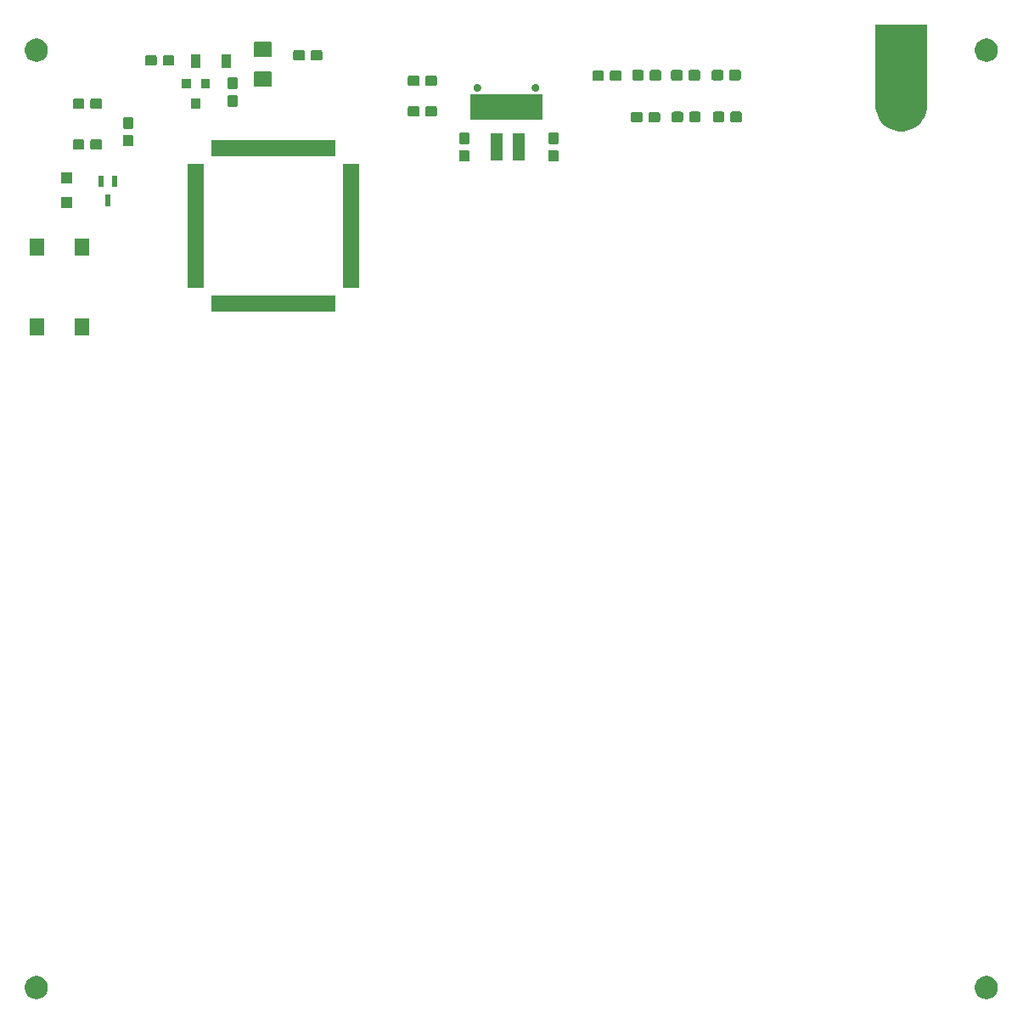
<source format=gbr>
G04 #@! TF.GenerationSoftware,KiCad,Pcbnew,(5.1.2-1)-1*
G04 #@! TF.CreationDate,2020-07-23T10:17:53-07:00*
G04 #@! TF.ProjectId,tiny-touch,74696e79-2d74-46f7-9563-682e6b696361,rev?*
G04 #@! TF.SameCoordinates,Original*
G04 #@! TF.FileFunction,Soldermask,Bot*
G04 #@! TF.FilePolarity,Negative*
%FSLAX46Y46*%
G04 Gerber Fmt 4.6, Leading zero omitted, Abs format (unit mm)*
G04 Created by KiCad (PCBNEW (5.1.2-1)-1) date 2020-07-23 10:17:53*
%MOMM*%
%LPD*%
G04 APERTURE LIST*
%ADD10C,0.100000*%
G04 APERTURE END LIST*
D10*
G36*
X209774549Y-136031116D02*
G01*
X209885734Y-136053232D01*
X210095203Y-136139997D01*
X210283720Y-136265960D01*
X210444040Y-136426280D01*
X210570003Y-136614797D01*
X210656768Y-136824266D01*
X210701000Y-137046636D01*
X210701000Y-137273364D01*
X210656768Y-137495734D01*
X210570003Y-137705203D01*
X210444040Y-137893720D01*
X210283720Y-138054040D01*
X210095203Y-138180003D01*
X209885734Y-138266768D01*
X209774549Y-138288884D01*
X209663365Y-138311000D01*
X209436635Y-138311000D01*
X209325451Y-138288884D01*
X209214266Y-138266768D01*
X209004797Y-138180003D01*
X208816280Y-138054040D01*
X208655960Y-137893720D01*
X208529997Y-137705203D01*
X208443232Y-137495734D01*
X208399000Y-137273364D01*
X208399000Y-137046636D01*
X208443232Y-136824266D01*
X208529997Y-136614797D01*
X208655960Y-136426280D01*
X208816280Y-136265960D01*
X209004797Y-136139997D01*
X209214266Y-136053232D01*
X209325451Y-136031116D01*
X209436635Y-136009000D01*
X209663365Y-136009000D01*
X209774549Y-136031116D01*
X209774549Y-136031116D01*
G37*
G36*
X115032549Y-136031116D02*
G01*
X115143734Y-136053232D01*
X115353203Y-136139997D01*
X115541720Y-136265960D01*
X115702040Y-136426280D01*
X115828003Y-136614797D01*
X115914768Y-136824266D01*
X115959000Y-137046636D01*
X115959000Y-137273364D01*
X115914768Y-137495734D01*
X115828003Y-137705203D01*
X115702040Y-137893720D01*
X115541720Y-138054040D01*
X115353203Y-138180003D01*
X115143734Y-138266768D01*
X115032549Y-138288884D01*
X114921365Y-138311000D01*
X114694635Y-138311000D01*
X114583451Y-138288884D01*
X114472266Y-138266768D01*
X114262797Y-138180003D01*
X114074280Y-138054040D01*
X113913960Y-137893720D01*
X113787997Y-137705203D01*
X113701232Y-137495734D01*
X113657000Y-137273364D01*
X113657000Y-137046636D01*
X113701232Y-136824266D01*
X113787997Y-136614797D01*
X113913960Y-136426280D01*
X114074280Y-136265960D01*
X114262797Y-136139997D01*
X114472266Y-136053232D01*
X114583451Y-136031116D01*
X114694635Y-136009000D01*
X114921365Y-136009000D01*
X115032549Y-136031116D01*
X115032549Y-136031116D01*
G37*
G36*
X120045000Y-72111000D02*
G01*
X118643000Y-72111000D01*
X118643000Y-70459000D01*
X120045000Y-70459000D01*
X120045000Y-72111000D01*
X120045000Y-72111000D01*
G37*
G36*
X115545000Y-72111000D02*
G01*
X114143000Y-72111000D01*
X114143000Y-70459000D01*
X115545000Y-70459000D01*
X115545000Y-72111000D01*
X115545000Y-72111000D01*
G37*
G36*
X144631000Y-69740500D02*
G01*
X132229000Y-69740500D01*
X132229000Y-68163500D01*
X144631000Y-68163500D01*
X144631000Y-69740500D01*
X144631000Y-69740500D01*
G37*
G36*
X131480500Y-67415000D02*
G01*
X129903500Y-67415000D01*
X129903500Y-55013000D01*
X131480500Y-55013000D01*
X131480500Y-67415000D01*
X131480500Y-67415000D01*
G37*
G36*
X146956500Y-67415000D02*
G01*
X145379500Y-67415000D01*
X145379500Y-55013000D01*
X146956500Y-55013000D01*
X146956500Y-67415000D01*
X146956500Y-67415000D01*
G37*
G36*
X120045000Y-64161000D02*
G01*
X118643000Y-64161000D01*
X118643000Y-62509000D01*
X120045000Y-62509000D01*
X120045000Y-64161000D01*
X120045000Y-64161000D01*
G37*
G36*
X115545000Y-64161000D02*
G01*
X114143000Y-64161000D01*
X114143000Y-62509000D01*
X115545000Y-62509000D01*
X115545000Y-64161000D01*
X115545000Y-64161000D01*
G37*
G36*
X118407000Y-59459000D02*
G01*
X117305000Y-59459000D01*
X117305000Y-58357000D01*
X118407000Y-58357000D01*
X118407000Y-59459000D01*
X118407000Y-59459000D01*
G37*
G36*
X122171000Y-59236000D02*
G01*
X121669000Y-59236000D01*
X121669000Y-58084000D01*
X122171000Y-58084000D01*
X122171000Y-59236000D01*
X122171000Y-59236000D01*
G37*
G36*
X121521000Y-57336000D02*
G01*
X121019000Y-57336000D01*
X121019000Y-56184000D01*
X121521000Y-56184000D01*
X121521000Y-57336000D01*
X121521000Y-57336000D01*
G37*
G36*
X122821000Y-57336000D02*
G01*
X122319000Y-57336000D01*
X122319000Y-56184000D01*
X122821000Y-56184000D01*
X122821000Y-57336000D01*
X122821000Y-57336000D01*
G37*
G36*
X118407000Y-56959000D02*
G01*
X117305000Y-56959000D01*
X117305000Y-55857000D01*
X118407000Y-55857000D01*
X118407000Y-56959000D01*
X118407000Y-56959000D01*
G37*
G36*
X157844499Y-53643445D02*
G01*
X157881995Y-53654820D01*
X157916554Y-53673292D01*
X157946847Y-53698153D01*
X157971708Y-53728446D01*
X157990180Y-53763005D01*
X158001555Y-53800501D01*
X158006000Y-53845638D01*
X158006000Y-54584362D01*
X158001555Y-54629499D01*
X157990180Y-54666995D01*
X157971708Y-54701554D01*
X157946847Y-54731847D01*
X157916554Y-54756708D01*
X157881995Y-54775180D01*
X157844499Y-54786555D01*
X157799362Y-54791000D01*
X157160638Y-54791000D01*
X157115501Y-54786555D01*
X157078005Y-54775180D01*
X157043446Y-54756708D01*
X157013153Y-54731847D01*
X156988292Y-54701554D01*
X156969820Y-54666995D01*
X156958445Y-54629499D01*
X156954000Y-54584362D01*
X156954000Y-53845638D01*
X156958445Y-53800501D01*
X156969820Y-53763005D01*
X156988292Y-53728446D01*
X157013153Y-53698153D01*
X157043446Y-53673292D01*
X157078005Y-53654820D01*
X157115501Y-53643445D01*
X157160638Y-53639000D01*
X157799362Y-53639000D01*
X157844499Y-53643445D01*
X157844499Y-53643445D01*
G37*
G36*
X166734499Y-53643445D02*
G01*
X166771995Y-53654820D01*
X166806554Y-53673292D01*
X166836847Y-53698153D01*
X166861708Y-53728446D01*
X166880180Y-53763005D01*
X166891555Y-53800501D01*
X166896000Y-53845638D01*
X166896000Y-54584362D01*
X166891555Y-54629499D01*
X166880180Y-54666995D01*
X166861708Y-54701554D01*
X166836847Y-54731847D01*
X166806554Y-54756708D01*
X166771995Y-54775180D01*
X166734499Y-54786555D01*
X166689362Y-54791000D01*
X166050638Y-54791000D01*
X166005501Y-54786555D01*
X165968005Y-54775180D01*
X165933446Y-54756708D01*
X165903153Y-54731847D01*
X165878292Y-54701554D01*
X165859820Y-54666995D01*
X165848445Y-54629499D01*
X165844000Y-54584362D01*
X165844000Y-53845638D01*
X165848445Y-53800501D01*
X165859820Y-53763005D01*
X165878292Y-53728446D01*
X165903153Y-53698153D01*
X165933446Y-53673292D01*
X165968005Y-53654820D01*
X166005501Y-53643445D01*
X166050638Y-53639000D01*
X166689362Y-53639000D01*
X166734499Y-53643445D01*
X166734499Y-53643445D01*
G37*
G36*
X161279000Y-54666000D02*
G01*
X160117000Y-54666000D01*
X160117000Y-52014000D01*
X161279000Y-52014000D01*
X161279000Y-54666000D01*
X161279000Y-54666000D01*
G37*
G36*
X163479000Y-54666000D02*
G01*
X162317000Y-54666000D01*
X162317000Y-52014000D01*
X163479000Y-52014000D01*
X163479000Y-54666000D01*
X163479000Y-54666000D01*
G37*
G36*
X144631000Y-54264500D02*
G01*
X132229000Y-54264500D01*
X132229000Y-52687500D01*
X144631000Y-52687500D01*
X144631000Y-54264500D01*
X144631000Y-54264500D01*
G37*
G36*
X121177499Y-52564445D02*
G01*
X121214995Y-52575820D01*
X121249554Y-52594292D01*
X121279847Y-52619153D01*
X121304708Y-52649446D01*
X121323180Y-52684005D01*
X121334555Y-52721501D01*
X121339000Y-52766638D01*
X121339000Y-53405362D01*
X121334555Y-53450499D01*
X121323180Y-53487995D01*
X121304708Y-53522554D01*
X121279847Y-53552847D01*
X121249554Y-53577708D01*
X121214995Y-53596180D01*
X121177499Y-53607555D01*
X121132362Y-53612000D01*
X120393638Y-53612000D01*
X120348501Y-53607555D01*
X120311005Y-53596180D01*
X120276446Y-53577708D01*
X120246153Y-53552847D01*
X120221292Y-53522554D01*
X120202820Y-53487995D01*
X120191445Y-53450499D01*
X120187000Y-53405362D01*
X120187000Y-52766638D01*
X120191445Y-52721501D01*
X120202820Y-52684005D01*
X120221292Y-52649446D01*
X120246153Y-52619153D01*
X120276446Y-52594292D01*
X120311005Y-52575820D01*
X120348501Y-52564445D01*
X120393638Y-52560000D01*
X121132362Y-52560000D01*
X121177499Y-52564445D01*
X121177499Y-52564445D01*
G37*
G36*
X119427499Y-52564445D02*
G01*
X119464995Y-52575820D01*
X119499554Y-52594292D01*
X119529847Y-52619153D01*
X119554708Y-52649446D01*
X119573180Y-52684005D01*
X119584555Y-52721501D01*
X119589000Y-52766638D01*
X119589000Y-53405362D01*
X119584555Y-53450499D01*
X119573180Y-53487995D01*
X119554708Y-53522554D01*
X119529847Y-53552847D01*
X119499554Y-53577708D01*
X119464995Y-53596180D01*
X119427499Y-53607555D01*
X119382362Y-53612000D01*
X118643638Y-53612000D01*
X118598501Y-53607555D01*
X118561005Y-53596180D01*
X118526446Y-53577708D01*
X118496153Y-53552847D01*
X118471292Y-53522554D01*
X118452820Y-53487995D01*
X118441445Y-53450499D01*
X118437000Y-53405362D01*
X118437000Y-52766638D01*
X118441445Y-52721501D01*
X118452820Y-52684005D01*
X118471292Y-52649446D01*
X118496153Y-52619153D01*
X118526446Y-52594292D01*
X118561005Y-52575820D01*
X118598501Y-52564445D01*
X118643638Y-52560000D01*
X119382362Y-52560000D01*
X119427499Y-52564445D01*
X119427499Y-52564445D01*
G37*
G36*
X124316499Y-52119445D02*
G01*
X124353995Y-52130820D01*
X124388554Y-52149292D01*
X124418847Y-52174153D01*
X124443708Y-52204446D01*
X124462180Y-52239005D01*
X124473555Y-52276501D01*
X124478000Y-52321638D01*
X124478000Y-53060362D01*
X124473555Y-53105499D01*
X124462180Y-53142995D01*
X124443708Y-53177554D01*
X124418847Y-53207847D01*
X124388554Y-53232708D01*
X124353995Y-53251180D01*
X124316499Y-53262555D01*
X124271362Y-53267000D01*
X123632638Y-53267000D01*
X123587501Y-53262555D01*
X123550005Y-53251180D01*
X123515446Y-53232708D01*
X123485153Y-53207847D01*
X123460292Y-53177554D01*
X123441820Y-53142995D01*
X123430445Y-53105499D01*
X123426000Y-53060362D01*
X123426000Y-52321638D01*
X123430445Y-52276501D01*
X123441820Y-52239005D01*
X123460292Y-52204446D01*
X123485153Y-52174153D01*
X123515446Y-52149292D01*
X123550005Y-52130820D01*
X123587501Y-52119445D01*
X123632638Y-52115000D01*
X124271362Y-52115000D01*
X124316499Y-52119445D01*
X124316499Y-52119445D01*
G37*
G36*
X157844499Y-51893445D02*
G01*
X157881995Y-51904820D01*
X157916554Y-51923292D01*
X157946847Y-51948153D01*
X157971708Y-51978446D01*
X157990180Y-52013005D01*
X158001555Y-52050501D01*
X158006000Y-52095638D01*
X158006000Y-52834362D01*
X158001555Y-52879499D01*
X157990180Y-52916995D01*
X157971708Y-52951554D01*
X157946847Y-52981847D01*
X157916554Y-53006708D01*
X157881995Y-53025180D01*
X157844499Y-53036555D01*
X157799362Y-53041000D01*
X157160638Y-53041000D01*
X157115501Y-53036555D01*
X157078005Y-53025180D01*
X157043446Y-53006708D01*
X157013153Y-52981847D01*
X156988292Y-52951554D01*
X156969820Y-52916995D01*
X156958445Y-52879499D01*
X156954000Y-52834362D01*
X156954000Y-52095638D01*
X156958445Y-52050501D01*
X156969820Y-52013005D01*
X156988292Y-51978446D01*
X157013153Y-51948153D01*
X157043446Y-51923292D01*
X157078005Y-51904820D01*
X157115501Y-51893445D01*
X157160638Y-51889000D01*
X157799362Y-51889000D01*
X157844499Y-51893445D01*
X157844499Y-51893445D01*
G37*
G36*
X166734499Y-51893445D02*
G01*
X166771995Y-51904820D01*
X166806554Y-51923292D01*
X166836847Y-51948153D01*
X166861708Y-51978446D01*
X166880180Y-52013005D01*
X166891555Y-52050501D01*
X166896000Y-52095638D01*
X166896000Y-52834362D01*
X166891555Y-52879499D01*
X166880180Y-52916995D01*
X166861708Y-52951554D01*
X166836847Y-52981847D01*
X166806554Y-53006708D01*
X166771995Y-53025180D01*
X166734499Y-53036555D01*
X166689362Y-53041000D01*
X166050638Y-53041000D01*
X166005501Y-53036555D01*
X165968005Y-53025180D01*
X165933446Y-53006708D01*
X165903153Y-52981847D01*
X165878292Y-52951554D01*
X165859820Y-52916995D01*
X165848445Y-52879499D01*
X165844000Y-52834362D01*
X165844000Y-52095638D01*
X165848445Y-52050501D01*
X165859820Y-52013005D01*
X165878292Y-51978446D01*
X165903153Y-51948153D01*
X165933446Y-51923292D01*
X165968005Y-51904820D01*
X166005501Y-51893445D01*
X166050638Y-51889000D01*
X166689362Y-51889000D01*
X166734499Y-51893445D01*
X166734499Y-51893445D01*
G37*
G36*
X203611000Y-49471253D02*
G01*
X203512967Y-49964098D01*
X203338616Y-50385020D01*
X203320667Y-50428352D01*
X203041491Y-50846168D01*
X202686168Y-51201491D01*
X202268352Y-51480667D01*
X202268351Y-51480668D01*
X202268350Y-51480668D01*
X201804098Y-51672967D01*
X201311253Y-51771000D01*
X200808747Y-51771000D01*
X200315902Y-51672967D01*
X199851650Y-51480668D01*
X199851649Y-51480668D01*
X199851648Y-51480667D01*
X199433832Y-51201491D01*
X199078509Y-50846168D01*
X198799333Y-50428352D01*
X198781384Y-50385020D01*
X198607033Y-49964098D01*
X198509000Y-49471253D01*
X198509000Y-41169000D01*
X203611000Y-41169000D01*
X203611000Y-49471253D01*
X203611000Y-49471253D01*
G37*
G36*
X124316499Y-50369445D02*
G01*
X124353995Y-50380820D01*
X124388554Y-50399292D01*
X124418847Y-50424153D01*
X124443708Y-50454446D01*
X124462180Y-50489005D01*
X124473555Y-50526501D01*
X124478000Y-50571638D01*
X124478000Y-51310362D01*
X124473555Y-51355499D01*
X124462180Y-51392995D01*
X124443708Y-51427554D01*
X124418847Y-51457847D01*
X124388554Y-51482708D01*
X124353995Y-51501180D01*
X124316499Y-51512555D01*
X124271362Y-51517000D01*
X123632638Y-51517000D01*
X123587501Y-51512555D01*
X123550005Y-51501180D01*
X123515446Y-51482708D01*
X123485153Y-51457847D01*
X123460292Y-51427554D01*
X123441820Y-51392995D01*
X123430445Y-51355499D01*
X123426000Y-51310362D01*
X123426000Y-50571638D01*
X123430445Y-50526501D01*
X123441820Y-50489005D01*
X123460292Y-50454446D01*
X123485153Y-50424153D01*
X123515446Y-50399292D01*
X123550005Y-50380820D01*
X123587501Y-50369445D01*
X123632638Y-50365000D01*
X124271362Y-50365000D01*
X124316499Y-50369445D01*
X124316499Y-50369445D01*
G37*
G36*
X175095499Y-49860445D02*
G01*
X175132995Y-49871820D01*
X175167554Y-49890292D01*
X175197847Y-49915153D01*
X175222708Y-49945446D01*
X175241180Y-49980005D01*
X175252555Y-50017501D01*
X175257000Y-50062638D01*
X175257000Y-50701362D01*
X175252555Y-50746499D01*
X175241180Y-50783995D01*
X175222708Y-50818554D01*
X175197847Y-50848847D01*
X175167554Y-50873708D01*
X175132995Y-50892180D01*
X175095499Y-50903555D01*
X175050362Y-50908000D01*
X174311638Y-50908000D01*
X174266501Y-50903555D01*
X174229005Y-50892180D01*
X174194446Y-50873708D01*
X174164153Y-50848847D01*
X174139292Y-50818554D01*
X174120820Y-50783995D01*
X174109445Y-50746499D01*
X174105000Y-50701362D01*
X174105000Y-50062638D01*
X174109445Y-50017501D01*
X174120820Y-49980005D01*
X174139292Y-49945446D01*
X174164153Y-49915153D01*
X174194446Y-49890292D01*
X174229005Y-49871820D01*
X174266501Y-49860445D01*
X174311638Y-49856000D01*
X175050362Y-49856000D01*
X175095499Y-49860445D01*
X175095499Y-49860445D01*
G37*
G36*
X176845499Y-49860445D02*
G01*
X176882995Y-49871820D01*
X176917554Y-49890292D01*
X176947847Y-49915153D01*
X176972708Y-49945446D01*
X176991180Y-49980005D01*
X177002555Y-50017501D01*
X177007000Y-50062638D01*
X177007000Y-50701362D01*
X177002555Y-50746499D01*
X176991180Y-50783995D01*
X176972708Y-50818554D01*
X176947847Y-50848847D01*
X176917554Y-50873708D01*
X176882995Y-50892180D01*
X176845499Y-50903555D01*
X176800362Y-50908000D01*
X176061638Y-50908000D01*
X176016501Y-50903555D01*
X175979005Y-50892180D01*
X175944446Y-50873708D01*
X175914153Y-50848847D01*
X175889292Y-50818554D01*
X175870820Y-50783995D01*
X175859445Y-50746499D01*
X175855000Y-50701362D01*
X175855000Y-50062638D01*
X175859445Y-50017501D01*
X175870820Y-49980005D01*
X175889292Y-49945446D01*
X175914153Y-49915153D01*
X175944446Y-49890292D01*
X175979005Y-49871820D01*
X176016501Y-49860445D01*
X176061638Y-49856000D01*
X176800362Y-49856000D01*
X176845499Y-49860445D01*
X176845499Y-49860445D01*
G37*
G36*
X179145499Y-49820445D02*
G01*
X179182995Y-49831820D01*
X179217554Y-49850292D01*
X179247847Y-49875153D01*
X179272708Y-49905446D01*
X179291180Y-49940005D01*
X179302555Y-49977501D01*
X179307000Y-50022638D01*
X179307000Y-50661362D01*
X179302555Y-50706499D01*
X179291180Y-50743995D01*
X179272708Y-50778554D01*
X179247847Y-50808847D01*
X179217554Y-50833708D01*
X179182995Y-50852180D01*
X179145499Y-50863555D01*
X179100362Y-50868000D01*
X178361638Y-50868000D01*
X178316501Y-50863555D01*
X178279005Y-50852180D01*
X178244446Y-50833708D01*
X178214153Y-50808847D01*
X178189292Y-50778554D01*
X178170820Y-50743995D01*
X178159445Y-50706499D01*
X178155000Y-50661362D01*
X178155000Y-50022638D01*
X178159445Y-49977501D01*
X178170820Y-49940005D01*
X178189292Y-49905446D01*
X178214153Y-49875153D01*
X178244446Y-49850292D01*
X178279005Y-49831820D01*
X178316501Y-49820445D01*
X178361638Y-49816000D01*
X179100362Y-49816000D01*
X179145499Y-49820445D01*
X179145499Y-49820445D01*
G37*
G36*
X180895499Y-49820445D02*
G01*
X180932995Y-49831820D01*
X180967554Y-49850292D01*
X180997847Y-49875153D01*
X181022708Y-49905446D01*
X181041180Y-49940005D01*
X181052555Y-49977501D01*
X181057000Y-50022638D01*
X181057000Y-50661362D01*
X181052555Y-50706499D01*
X181041180Y-50743995D01*
X181022708Y-50778554D01*
X180997847Y-50808847D01*
X180967554Y-50833708D01*
X180932995Y-50852180D01*
X180895499Y-50863555D01*
X180850362Y-50868000D01*
X180111638Y-50868000D01*
X180066501Y-50863555D01*
X180029005Y-50852180D01*
X179994446Y-50833708D01*
X179964153Y-50808847D01*
X179939292Y-50778554D01*
X179920820Y-50743995D01*
X179909445Y-50706499D01*
X179905000Y-50661362D01*
X179905000Y-50022638D01*
X179909445Y-49977501D01*
X179920820Y-49940005D01*
X179939292Y-49905446D01*
X179964153Y-49875153D01*
X179994446Y-49850292D01*
X180029005Y-49831820D01*
X180066501Y-49820445D01*
X180111638Y-49816000D01*
X180850362Y-49816000D01*
X180895499Y-49820445D01*
X180895499Y-49820445D01*
G37*
G36*
X185005499Y-49810445D02*
G01*
X185042995Y-49821820D01*
X185077554Y-49840292D01*
X185107847Y-49865153D01*
X185132708Y-49895446D01*
X185151180Y-49930005D01*
X185162555Y-49967501D01*
X185167000Y-50012638D01*
X185167000Y-50651362D01*
X185162555Y-50696499D01*
X185151180Y-50733995D01*
X185132708Y-50768554D01*
X185107847Y-50798847D01*
X185077554Y-50823708D01*
X185042995Y-50842180D01*
X185005499Y-50853555D01*
X184960362Y-50858000D01*
X184221638Y-50858000D01*
X184176501Y-50853555D01*
X184139005Y-50842180D01*
X184104446Y-50823708D01*
X184074153Y-50798847D01*
X184049292Y-50768554D01*
X184030820Y-50733995D01*
X184019445Y-50696499D01*
X184015000Y-50651362D01*
X184015000Y-50012638D01*
X184019445Y-49967501D01*
X184030820Y-49930005D01*
X184049292Y-49895446D01*
X184074153Y-49865153D01*
X184104446Y-49840292D01*
X184139005Y-49821820D01*
X184176501Y-49810445D01*
X184221638Y-49806000D01*
X184960362Y-49806000D01*
X185005499Y-49810445D01*
X185005499Y-49810445D01*
G37*
G36*
X183255499Y-49810445D02*
G01*
X183292995Y-49821820D01*
X183327554Y-49840292D01*
X183357847Y-49865153D01*
X183382708Y-49895446D01*
X183401180Y-49930005D01*
X183412555Y-49967501D01*
X183417000Y-50012638D01*
X183417000Y-50651362D01*
X183412555Y-50696499D01*
X183401180Y-50733995D01*
X183382708Y-50768554D01*
X183357847Y-50798847D01*
X183327554Y-50823708D01*
X183292995Y-50842180D01*
X183255499Y-50853555D01*
X183210362Y-50858000D01*
X182471638Y-50858000D01*
X182426501Y-50853555D01*
X182389005Y-50842180D01*
X182354446Y-50823708D01*
X182324153Y-50798847D01*
X182299292Y-50768554D01*
X182280820Y-50733995D01*
X182269445Y-50696499D01*
X182265000Y-50651362D01*
X182265000Y-50012638D01*
X182269445Y-49967501D01*
X182280820Y-49930005D01*
X182299292Y-49895446D01*
X182324153Y-49865153D01*
X182354446Y-49840292D01*
X182389005Y-49821820D01*
X182426501Y-49810445D01*
X182471638Y-49806000D01*
X183210362Y-49806000D01*
X183255499Y-49810445D01*
X183255499Y-49810445D01*
G37*
G36*
X165256000Y-50651000D02*
G01*
X158104000Y-50651000D01*
X158104000Y-48099000D01*
X165256000Y-48099000D01*
X165256000Y-50651000D01*
X165256000Y-50651000D01*
G37*
G36*
X154592499Y-49262445D02*
G01*
X154629995Y-49273820D01*
X154664554Y-49292292D01*
X154694847Y-49317153D01*
X154719708Y-49347446D01*
X154738180Y-49382005D01*
X154749555Y-49419501D01*
X154754000Y-49464638D01*
X154754000Y-50103362D01*
X154749555Y-50148499D01*
X154738180Y-50185995D01*
X154719708Y-50220554D01*
X154694847Y-50250847D01*
X154664554Y-50275708D01*
X154629995Y-50294180D01*
X154592499Y-50305555D01*
X154547362Y-50310000D01*
X153808638Y-50310000D01*
X153763501Y-50305555D01*
X153726005Y-50294180D01*
X153691446Y-50275708D01*
X153661153Y-50250847D01*
X153636292Y-50220554D01*
X153617820Y-50185995D01*
X153606445Y-50148499D01*
X153602000Y-50103362D01*
X153602000Y-49464638D01*
X153606445Y-49419501D01*
X153617820Y-49382005D01*
X153636292Y-49347446D01*
X153661153Y-49317153D01*
X153691446Y-49292292D01*
X153726005Y-49273820D01*
X153763501Y-49262445D01*
X153808638Y-49258000D01*
X154547362Y-49258000D01*
X154592499Y-49262445D01*
X154592499Y-49262445D01*
G37*
G36*
X152842499Y-49262445D02*
G01*
X152879995Y-49273820D01*
X152914554Y-49292292D01*
X152944847Y-49317153D01*
X152969708Y-49347446D01*
X152988180Y-49382005D01*
X152999555Y-49419501D01*
X153004000Y-49464638D01*
X153004000Y-50103362D01*
X152999555Y-50148499D01*
X152988180Y-50185995D01*
X152969708Y-50220554D01*
X152944847Y-50250847D01*
X152914554Y-50275708D01*
X152879995Y-50294180D01*
X152842499Y-50305555D01*
X152797362Y-50310000D01*
X152058638Y-50310000D01*
X152013501Y-50305555D01*
X151976005Y-50294180D01*
X151941446Y-50275708D01*
X151911153Y-50250847D01*
X151886292Y-50220554D01*
X151867820Y-50185995D01*
X151856445Y-50148499D01*
X151852000Y-50103362D01*
X151852000Y-49464638D01*
X151856445Y-49419501D01*
X151867820Y-49382005D01*
X151886292Y-49347446D01*
X151911153Y-49317153D01*
X151941446Y-49292292D01*
X151976005Y-49273820D01*
X152013501Y-49262445D01*
X152058638Y-49258000D01*
X152797362Y-49258000D01*
X152842499Y-49262445D01*
X152842499Y-49262445D01*
G37*
G36*
X121177499Y-48500445D02*
G01*
X121214995Y-48511820D01*
X121249554Y-48530292D01*
X121279847Y-48555153D01*
X121304708Y-48585446D01*
X121323180Y-48620005D01*
X121334555Y-48657501D01*
X121339000Y-48702638D01*
X121339000Y-49341362D01*
X121334555Y-49386499D01*
X121323180Y-49423995D01*
X121304708Y-49458554D01*
X121279847Y-49488847D01*
X121249554Y-49513708D01*
X121214995Y-49532180D01*
X121177499Y-49543555D01*
X121132362Y-49548000D01*
X120393638Y-49548000D01*
X120348501Y-49543555D01*
X120311005Y-49532180D01*
X120276446Y-49513708D01*
X120246153Y-49488847D01*
X120221292Y-49458554D01*
X120202820Y-49423995D01*
X120191445Y-49386499D01*
X120187000Y-49341362D01*
X120187000Y-48702638D01*
X120191445Y-48657501D01*
X120202820Y-48620005D01*
X120221292Y-48585446D01*
X120246153Y-48555153D01*
X120276446Y-48530292D01*
X120311005Y-48511820D01*
X120348501Y-48500445D01*
X120393638Y-48496000D01*
X121132362Y-48496000D01*
X121177499Y-48500445D01*
X121177499Y-48500445D01*
G37*
G36*
X119427499Y-48500445D02*
G01*
X119464995Y-48511820D01*
X119499554Y-48530292D01*
X119529847Y-48555153D01*
X119554708Y-48585446D01*
X119573180Y-48620005D01*
X119584555Y-48657501D01*
X119589000Y-48702638D01*
X119589000Y-49341362D01*
X119584555Y-49386499D01*
X119573180Y-49423995D01*
X119554708Y-49458554D01*
X119529847Y-49488847D01*
X119499554Y-49513708D01*
X119464995Y-49532180D01*
X119427499Y-49543555D01*
X119382362Y-49548000D01*
X118643638Y-49548000D01*
X118598501Y-49543555D01*
X118561005Y-49532180D01*
X118526446Y-49513708D01*
X118496153Y-49488847D01*
X118471292Y-49458554D01*
X118452820Y-49423995D01*
X118441445Y-49386499D01*
X118437000Y-49341362D01*
X118437000Y-48702638D01*
X118441445Y-48657501D01*
X118452820Y-48620005D01*
X118471292Y-48585446D01*
X118496153Y-48555153D01*
X118526446Y-48530292D01*
X118561005Y-48511820D01*
X118598501Y-48500445D01*
X118643638Y-48496000D01*
X119382362Y-48496000D01*
X119427499Y-48500445D01*
X119427499Y-48500445D01*
G37*
G36*
X131161000Y-49531000D02*
G01*
X130259000Y-49531000D01*
X130259000Y-48529000D01*
X131161000Y-48529000D01*
X131161000Y-49531000D01*
X131161000Y-49531000D01*
G37*
G36*
X134730499Y-48168445D02*
G01*
X134767995Y-48179820D01*
X134802554Y-48198292D01*
X134832847Y-48223153D01*
X134857708Y-48253446D01*
X134876180Y-48288005D01*
X134887555Y-48325501D01*
X134892000Y-48370638D01*
X134892000Y-49109362D01*
X134887555Y-49154499D01*
X134876180Y-49191995D01*
X134857708Y-49226554D01*
X134832847Y-49256847D01*
X134802554Y-49281708D01*
X134767995Y-49300180D01*
X134730499Y-49311555D01*
X134685362Y-49316000D01*
X134046638Y-49316000D01*
X134001501Y-49311555D01*
X133964005Y-49300180D01*
X133929446Y-49281708D01*
X133899153Y-49256847D01*
X133874292Y-49226554D01*
X133855820Y-49191995D01*
X133844445Y-49154499D01*
X133840000Y-49109362D01*
X133840000Y-48370638D01*
X133844445Y-48325501D01*
X133855820Y-48288005D01*
X133874292Y-48253446D01*
X133899153Y-48223153D01*
X133929446Y-48198292D01*
X133964005Y-48179820D01*
X134001501Y-48168445D01*
X134046638Y-48164000D01*
X134685362Y-48164000D01*
X134730499Y-48168445D01*
X134730499Y-48168445D01*
G37*
G36*
X164679672Y-47068449D02*
G01*
X164679674Y-47068450D01*
X164679675Y-47068450D01*
X164748103Y-47096793D01*
X164809686Y-47137942D01*
X164862058Y-47190314D01*
X164903207Y-47251897D01*
X164913879Y-47277663D01*
X164931551Y-47320328D01*
X164946000Y-47392966D01*
X164946000Y-47467034D01*
X164935131Y-47521677D01*
X164931550Y-47539675D01*
X164903207Y-47608103D01*
X164862058Y-47669686D01*
X164809686Y-47722058D01*
X164748103Y-47763207D01*
X164679675Y-47791550D01*
X164679674Y-47791550D01*
X164679672Y-47791551D01*
X164607034Y-47806000D01*
X164532966Y-47806000D01*
X164460328Y-47791551D01*
X164460326Y-47791550D01*
X164460325Y-47791550D01*
X164391897Y-47763207D01*
X164330314Y-47722058D01*
X164277942Y-47669686D01*
X164236793Y-47608103D01*
X164208450Y-47539675D01*
X164204870Y-47521677D01*
X164194000Y-47467034D01*
X164194000Y-47392966D01*
X164208449Y-47320328D01*
X164226121Y-47277663D01*
X164236793Y-47251897D01*
X164277942Y-47190314D01*
X164330314Y-47137942D01*
X164391897Y-47096793D01*
X164460325Y-47068450D01*
X164460326Y-47068450D01*
X164460328Y-47068449D01*
X164532966Y-47054000D01*
X164607034Y-47054000D01*
X164679672Y-47068449D01*
X164679672Y-47068449D01*
G37*
G36*
X158899672Y-47068449D02*
G01*
X158899674Y-47068450D01*
X158899675Y-47068450D01*
X158968103Y-47096793D01*
X159029686Y-47137942D01*
X159082058Y-47190314D01*
X159123207Y-47251897D01*
X159133879Y-47277663D01*
X159151551Y-47320328D01*
X159166000Y-47392966D01*
X159166000Y-47467034D01*
X159155131Y-47521677D01*
X159151550Y-47539675D01*
X159123207Y-47608103D01*
X159082058Y-47669686D01*
X159029686Y-47722058D01*
X158968103Y-47763207D01*
X158899675Y-47791550D01*
X158899674Y-47791550D01*
X158899672Y-47791551D01*
X158827034Y-47806000D01*
X158752966Y-47806000D01*
X158680328Y-47791551D01*
X158680326Y-47791550D01*
X158680325Y-47791550D01*
X158611897Y-47763207D01*
X158550314Y-47722058D01*
X158497942Y-47669686D01*
X158456793Y-47608103D01*
X158428450Y-47539675D01*
X158424870Y-47521677D01*
X158414000Y-47467034D01*
X158414000Y-47392966D01*
X158428449Y-47320328D01*
X158446121Y-47277663D01*
X158456793Y-47251897D01*
X158497942Y-47190314D01*
X158550314Y-47137942D01*
X158611897Y-47096793D01*
X158680325Y-47068450D01*
X158680326Y-47068450D01*
X158680328Y-47068449D01*
X158752966Y-47054000D01*
X158827034Y-47054000D01*
X158899672Y-47068449D01*
X158899672Y-47068449D01*
G37*
G36*
X134730499Y-46418445D02*
G01*
X134767995Y-46429820D01*
X134802554Y-46448292D01*
X134832847Y-46473153D01*
X134857708Y-46503446D01*
X134876180Y-46538005D01*
X134887555Y-46575501D01*
X134892000Y-46620638D01*
X134892000Y-47359362D01*
X134887555Y-47404499D01*
X134876180Y-47441995D01*
X134857708Y-47476554D01*
X134832847Y-47506847D01*
X134802554Y-47531708D01*
X134767995Y-47550180D01*
X134730499Y-47561555D01*
X134685362Y-47566000D01*
X134046638Y-47566000D01*
X134001501Y-47561555D01*
X133964005Y-47550180D01*
X133929446Y-47531708D01*
X133899153Y-47506847D01*
X133874292Y-47476554D01*
X133855820Y-47441995D01*
X133844445Y-47404499D01*
X133840000Y-47359362D01*
X133840000Y-46620638D01*
X133844445Y-46575501D01*
X133855820Y-46538005D01*
X133874292Y-46503446D01*
X133899153Y-46473153D01*
X133929446Y-46448292D01*
X133964005Y-46429820D01*
X134001501Y-46418445D01*
X134046638Y-46414000D01*
X134685362Y-46414000D01*
X134730499Y-46418445D01*
X134730499Y-46418445D01*
G37*
G36*
X132111000Y-47531000D02*
G01*
X131209000Y-47531000D01*
X131209000Y-46529000D01*
X132111000Y-46529000D01*
X132111000Y-47531000D01*
X132111000Y-47531000D01*
G37*
G36*
X130211000Y-47531000D02*
G01*
X129309000Y-47531000D01*
X129309000Y-46529000D01*
X130211000Y-46529000D01*
X130211000Y-47531000D01*
X130211000Y-47531000D01*
G37*
G36*
X138155562Y-45838181D02*
G01*
X138190481Y-45848774D01*
X138222663Y-45865976D01*
X138250873Y-45889127D01*
X138274024Y-45917337D01*
X138291226Y-45949519D01*
X138301819Y-45984438D01*
X138306000Y-46026895D01*
X138306000Y-47168105D01*
X138301819Y-47210562D01*
X138291226Y-47245481D01*
X138274024Y-47277663D01*
X138250873Y-47305873D01*
X138222663Y-47329024D01*
X138190481Y-47346226D01*
X138155562Y-47356819D01*
X138113105Y-47361000D01*
X136646895Y-47361000D01*
X136604438Y-47356819D01*
X136569519Y-47346226D01*
X136537337Y-47329024D01*
X136509127Y-47305873D01*
X136485976Y-47277663D01*
X136468774Y-47245481D01*
X136458181Y-47210562D01*
X136454000Y-47168105D01*
X136454000Y-46026895D01*
X136458181Y-45984438D01*
X136468774Y-45949519D01*
X136485976Y-45917337D01*
X136509127Y-45889127D01*
X136537337Y-45865976D01*
X136569519Y-45848774D01*
X136604438Y-45838181D01*
X136646895Y-45834000D01*
X138113105Y-45834000D01*
X138155562Y-45838181D01*
X138155562Y-45838181D01*
G37*
G36*
X152842499Y-46214445D02*
G01*
X152879995Y-46225820D01*
X152914554Y-46244292D01*
X152944847Y-46269153D01*
X152969708Y-46299446D01*
X152988180Y-46334005D01*
X152999555Y-46371501D01*
X153004000Y-46416638D01*
X153004000Y-47055362D01*
X152999555Y-47100499D01*
X152988180Y-47137995D01*
X152969708Y-47172554D01*
X152944847Y-47202847D01*
X152914554Y-47227708D01*
X152879995Y-47246180D01*
X152842499Y-47257555D01*
X152797362Y-47262000D01*
X152058638Y-47262000D01*
X152013501Y-47257555D01*
X151976005Y-47246180D01*
X151941446Y-47227708D01*
X151911153Y-47202847D01*
X151886292Y-47172554D01*
X151867820Y-47137995D01*
X151856445Y-47100499D01*
X151852000Y-47055362D01*
X151852000Y-46416638D01*
X151856445Y-46371501D01*
X151867820Y-46334005D01*
X151886292Y-46299446D01*
X151911153Y-46269153D01*
X151941446Y-46244292D01*
X151976005Y-46225820D01*
X152013501Y-46214445D01*
X152058638Y-46210000D01*
X152797362Y-46210000D01*
X152842499Y-46214445D01*
X152842499Y-46214445D01*
G37*
G36*
X154592499Y-46214445D02*
G01*
X154629995Y-46225820D01*
X154664554Y-46244292D01*
X154694847Y-46269153D01*
X154719708Y-46299446D01*
X154738180Y-46334005D01*
X154749555Y-46371501D01*
X154754000Y-46416638D01*
X154754000Y-47055362D01*
X154749555Y-47100499D01*
X154738180Y-47137995D01*
X154719708Y-47172554D01*
X154694847Y-47202847D01*
X154664554Y-47227708D01*
X154629995Y-47246180D01*
X154592499Y-47257555D01*
X154547362Y-47262000D01*
X153808638Y-47262000D01*
X153763501Y-47257555D01*
X153726005Y-47246180D01*
X153691446Y-47227708D01*
X153661153Y-47202847D01*
X153636292Y-47172554D01*
X153617820Y-47137995D01*
X153606445Y-47100499D01*
X153602000Y-47055362D01*
X153602000Y-46416638D01*
X153606445Y-46371501D01*
X153617820Y-46334005D01*
X153636292Y-46299446D01*
X153661153Y-46269153D01*
X153691446Y-46244292D01*
X153726005Y-46225820D01*
X153763501Y-46214445D01*
X153808638Y-46210000D01*
X154547362Y-46210000D01*
X154592499Y-46214445D01*
X154592499Y-46214445D01*
G37*
G36*
X171243499Y-45706445D02*
G01*
X171280995Y-45717820D01*
X171315554Y-45736292D01*
X171345847Y-45761153D01*
X171370708Y-45791446D01*
X171389180Y-45826005D01*
X171400555Y-45863501D01*
X171405000Y-45908638D01*
X171405000Y-46547362D01*
X171400555Y-46592499D01*
X171389180Y-46629995D01*
X171370708Y-46664554D01*
X171345847Y-46694847D01*
X171315554Y-46719708D01*
X171280995Y-46738180D01*
X171243499Y-46749555D01*
X171198362Y-46754000D01*
X170459638Y-46754000D01*
X170414501Y-46749555D01*
X170377005Y-46738180D01*
X170342446Y-46719708D01*
X170312153Y-46694847D01*
X170287292Y-46664554D01*
X170268820Y-46629995D01*
X170257445Y-46592499D01*
X170253000Y-46547362D01*
X170253000Y-45908638D01*
X170257445Y-45863501D01*
X170268820Y-45826005D01*
X170287292Y-45791446D01*
X170312153Y-45761153D01*
X170342446Y-45736292D01*
X170377005Y-45717820D01*
X170414501Y-45706445D01*
X170459638Y-45702000D01*
X171198362Y-45702000D01*
X171243499Y-45706445D01*
X171243499Y-45706445D01*
G37*
G36*
X172993499Y-45706445D02*
G01*
X173030995Y-45717820D01*
X173065554Y-45736292D01*
X173095847Y-45761153D01*
X173120708Y-45791446D01*
X173139180Y-45826005D01*
X173150555Y-45863501D01*
X173155000Y-45908638D01*
X173155000Y-46547362D01*
X173150555Y-46592499D01*
X173139180Y-46629995D01*
X173120708Y-46664554D01*
X173095847Y-46694847D01*
X173065554Y-46719708D01*
X173030995Y-46738180D01*
X172993499Y-46749555D01*
X172948362Y-46754000D01*
X172209638Y-46754000D01*
X172164501Y-46749555D01*
X172127005Y-46738180D01*
X172092446Y-46719708D01*
X172062153Y-46694847D01*
X172037292Y-46664554D01*
X172018820Y-46629995D01*
X172007445Y-46592499D01*
X172003000Y-46547362D01*
X172003000Y-45908638D01*
X172007445Y-45863501D01*
X172018820Y-45826005D01*
X172037292Y-45791446D01*
X172062153Y-45761153D01*
X172092446Y-45736292D01*
X172127005Y-45717820D01*
X172164501Y-45706445D01*
X172209638Y-45702000D01*
X172948362Y-45702000D01*
X172993499Y-45706445D01*
X172993499Y-45706445D01*
G37*
G36*
X179089499Y-45660445D02*
G01*
X179126995Y-45671820D01*
X179161554Y-45690292D01*
X179191847Y-45715153D01*
X179216708Y-45745446D01*
X179235180Y-45780005D01*
X179246555Y-45817501D01*
X179251000Y-45862638D01*
X179251000Y-46501362D01*
X179246555Y-46546499D01*
X179235180Y-46583995D01*
X179216708Y-46618554D01*
X179191847Y-46648847D01*
X179161554Y-46673708D01*
X179126995Y-46692180D01*
X179089499Y-46703555D01*
X179044362Y-46708000D01*
X178305638Y-46708000D01*
X178260501Y-46703555D01*
X178223005Y-46692180D01*
X178188446Y-46673708D01*
X178158153Y-46648847D01*
X178133292Y-46618554D01*
X178114820Y-46583995D01*
X178103445Y-46546499D01*
X178099000Y-46501362D01*
X178099000Y-45862638D01*
X178103445Y-45817501D01*
X178114820Y-45780005D01*
X178133292Y-45745446D01*
X178158153Y-45715153D01*
X178188446Y-45690292D01*
X178223005Y-45671820D01*
X178260501Y-45660445D01*
X178305638Y-45656000D01*
X179044362Y-45656000D01*
X179089499Y-45660445D01*
X179089499Y-45660445D01*
G37*
G36*
X180839499Y-45660445D02*
G01*
X180876995Y-45671820D01*
X180911554Y-45690292D01*
X180941847Y-45715153D01*
X180966708Y-45745446D01*
X180985180Y-45780005D01*
X180996555Y-45817501D01*
X181001000Y-45862638D01*
X181001000Y-46501362D01*
X180996555Y-46546499D01*
X180985180Y-46583995D01*
X180966708Y-46618554D01*
X180941847Y-46648847D01*
X180911554Y-46673708D01*
X180876995Y-46692180D01*
X180839499Y-46703555D01*
X180794362Y-46708000D01*
X180055638Y-46708000D01*
X180010501Y-46703555D01*
X179973005Y-46692180D01*
X179938446Y-46673708D01*
X179908153Y-46648847D01*
X179883292Y-46618554D01*
X179864820Y-46583995D01*
X179853445Y-46546499D01*
X179849000Y-46501362D01*
X179849000Y-45862638D01*
X179853445Y-45817501D01*
X179864820Y-45780005D01*
X179883292Y-45745446D01*
X179908153Y-45715153D01*
X179938446Y-45690292D01*
X179973005Y-45671820D01*
X180010501Y-45660445D01*
X180055638Y-45656000D01*
X180794362Y-45656000D01*
X180839499Y-45660445D01*
X180839499Y-45660445D01*
G37*
G36*
X175209499Y-45660445D02*
G01*
X175246995Y-45671820D01*
X175281554Y-45690292D01*
X175311847Y-45715153D01*
X175336708Y-45745446D01*
X175355180Y-45780005D01*
X175366555Y-45817501D01*
X175371000Y-45862638D01*
X175371000Y-46501362D01*
X175366555Y-46546499D01*
X175355180Y-46583995D01*
X175336708Y-46618554D01*
X175311847Y-46648847D01*
X175281554Y-46673708D01*
X175246995Y-46692180D01*
X175209499Y-46703555D01*
X175164362Y-46708000D01*
X174425638Y-46708000D01*
X174380501Y-46703555D01*
X174343005Y-46692180D01*
X174308446Y-46673708D01*
X174278153Y-46648847D01*
X174253292Y-46618554D01*
X174234820Y-46583995D01*
X174223445Y-46546499D01*
X174219000Y-46501362D01*
X174219000Y-45862638D01*
X174223445Y-45817501D01*
X174234820Y-45780005D01*
X174253292Y-45745446D01*
X174278153Y-45715153D01*
X174308446Y-45690292D01*
X174343005Y-45671820D01*
X174380501Y-45660445D01*
X174425638Y-45656000D01*
X175164362Y-45656000D01*
X175209499Y-45660445D01*
X175209499Y-45660445D01*
G37*
G36*
X176959499Y-45660445D02*
G01*
X176996995Y-45671820D01*
X177031554Y-45690292D01*
X177061847Y-45715153D01*
X177086708Y-45745446D01*
X177105180Y-45780005D01*
X177116555Y-45817501D01*
X177121000Y-45862638D01*
X177121000Y-46501362D01*
X177116555Y-46546499D01*
X177105180Y-46583995D01*
X177086708Y-46618554D01*
X177061847Y-46648847D01*
X177031554Y-46673708D01*
X176996995Y-46692180D01*
X176959499Y-46703555D01*
X176914362Y-46708000D01*
X176175638Y-46708000D01*
X176130501Y-46703555D01*
X176093005Y-46692180D01*
X176058446Y-46673708D01*
X176028153Y-46648847D01*
X176003292Y-46618554D01*
X175984820Y-46583995D01*
X175973445Y-46546499D01*
X175969000Y-46501362D01*
X175969000Y-45862638D01*
X175973445Y-45817501D01*
X175984820Y-45780005D01*
X176003292Y-45745446D01*
X176028153Y-45715153D01*
X176058446Y-45690292D01*
X176093005Y-45671820D01*
X176130501Y-45660445D01*
X176175638Y-45656000D01*
X176914362Y-45656000D01*
X176959499Y-45660445D01*
X176959499Y-45660445D01*
G37*
G36*
X184894499Y-45650445D02*
G01*
X184931995Y-45661820D01*
X184966554Y-45680292D01*
X184996847Y-45705153D01*
X185021708Y-45735446D01*
X185040180Y-45770005D01*
X185051555Y-45807501D01*
X185056000Y-45852638D01*
X185056000Y-46491362D01*
X185051555Y-46536499D01*
X185040180Y-46573995D01*
X185021708Y-46608554D01*
X184996847Y-46638847D01*
X184966554Y-46663708D01*
X184931995Y-46682180D01*
X184894499Y-46693555D01*
X184849362Y-46698000D01*
X184110638Y-46698000D01*
X184065501Y-46693555D01*
X184028005Y-46682180D01*
X183993446Y-46663708D01*
X183963153Y-46638847D01*
X183938292Y-46608554D01*
X183919820Y-46573995D01*
X183908445Y-46536499D01*
X183904000Y-46491362D01*
X183904000Y-45852638D01*
X183908445Y-45807501D01*
X183919820Y-45770005D01*
X183938292Y-45735446D01*
X183963153Y-45705153D01*
X183993446Y-45680292D01*
X184028005Y-45661820D01*
X184065501Y-45650445D01*
X184110638Y-45646000D01*
X184849362Y-45646000D01*
X184894499Y-45650445D01*
X184894499Y-45650445D01*
G37*
G36*
X183144499Y-45650445D02*
G01*
X183181995Y-45661820D01*
X183216554Y-45680292D01*
X183246847Y-45705153D01*
X183271708Y-45735446D01*
X183290180Y-45770005D01*
X183301555Y-45807501D01*
X183306000Y-45852638D01*
X183306000Y-46491362D01*
X183301555Y-46536499D01*
X183290180Y-46573995D01*
X183271708Y-46608554D01*
X183246847Y-46638847D01*
X183216554Y-46663708D01*
X183181995Y-46682180D01*
X183144499Y-46693555D01*
X183099362Y-46698000D01*
X182360638Y-46698000D01*
X182315501Y-46693555D01*
X182278005Y-46682180D01*
X182243446Y-46663708D01*
X182213153Y-46638847D01*
X182188292Y-46608554D01*
X182169820Y-46573995D01*
X182158445Y-46536499D01*
X182154000Y-46491362D01*
X182154000Y-45852638D01*
X182158445Y-45807501D01*
X182169820Y-45770005D01*
X182188292Y-45735446D01*
X182213153Y-45705153D01*
X182243446Y-45680292D01*
X182278005Y-45661820D01*
X182315501Y-45650445D01*
X182360638Y-45646000D01*
X183099362Y-45646000D01*
X183144499Y-45650445D01*
X183144499Y-45650445D01*
G37*
G36*
X134231000Y-45421000D02*
G01*
X133279000Y-45421000D01*
X133279000Y-44119000D01*
X134231000Y-44119000D01*
X134231000Y-45421000D01*
X134231000Y-45421000D01*
G37*
G36*
X131181000Y-45421000D02*
G01*
X130229000Y-45421000D01*
X130229000Y-44119000D01*
X131181000Y-44119000D01*
X131181000Y-45421000D01*
X131181000Y-45421000D01*
G37*
G36*
X126652499Y-44182445D02*
G01*
X126689995Y-44193820D01*
X126724554Y-44212292D01*
X126754847Y-44237153D01*
X126779708Y-44267446D01*
X126798180Y-44302005D01*
X126809555Y-44339501D01*
X126814000Y-44384638D01*
X126814000Y-45023362D01*
X126809555Y-45068499D01*
X126798180Y-45105995D01*
X126779708Y-45140554D01*
X126754847Y-45170847D01*
X126724554Y-45195708D01*
X126689995Y-45214180D01*
X126652499Y-45225555D01*
X126607362Y-45230000D01*
X125868638Y-45230000D01*
X125823501Y-45225555D01*
X125786005Y-45214180D01*
X125751446Y-45195708D01*
X125721153Y-45170847D01*
X125696292Y-45140554D01*
X125677820Y-45105995D01*
X125666445Y-45068499D01*
X125662000Y-45023362D01*
X125662000Y-44384638D01*
X125666445Y-44339501D01*
X125677820Y-44302005D01*
X125696292Y-44267446D01*
X125721153Y-44237153D01*
X125751446Y-44212292D01*
X125786005Y-44193820D01*
X125823501Y-44182445D01*
X125868638Y-44178000D01*
X126607362Y-44178000D01*
X126652499Y-44182445D01*
X126652499Y-44182445D01*
G37*
G36*
X128402499Y-44182445D02*
G01*
X128439995Y-44193820D01*
X128474554Y-44212292D01*
X128504847Y-44237153D01*
X128529708Y-44267446D01*
X128548180Y-44302005D01*
X128559555Y-44339501D01*
X128564000Y-44384638D01*
X128564000Y-45023362D01*
X128559555Y-45068499D01*
X128548180Y-45105995D01*
X128529708Y-45140554D01*
X128504847Y-45170847D01*
X128474554Y-45195708D01*
X128439995Y-45214180D01*
X128402499Y-45225555D01*
X128357362Y-45230000D01*
X127618638Y-45230000D01*
X127573501Y-45225555D01*
X127536005Y-45214180D01*
X127501446Y-45195708D01*
X127471153Y-45170847D01*
X127446292Y-45140554D01*
X127427820Y-45105995D01*
X127416445Y-45068499D01*
X127412000Y-45023362D01*
X127412000Y-44384638D01*
X127416445Y-44339501D01*
X127427820Y-44302005D01*
X127446292Y-44267446D01*
X127471153Y-44237153D01*
X127501446Y-44212292D01*
X127536005Y-44193820D01*
X127573501Y-44182445D01*
X127618638Y-44178000D01*
X128357362Y-44178000D01*
X128402499Y-44182445D01*
X128402499Y-44182445D01*
G37*
G36*
X115032549Y-42559116D02*
G01*
X115143734Y-42581232D01*
X115353203Y-42667997D01*
X115541720Y-42793960D01*
X115702040Y-42954280D01*
X115828003Y-43142797D01*
X115828004Y-43142799D01*
X115914768Y-43352267D01*
X115959000Y-43574635D01*
X115959000Y-43801365D01*
X115914768Y-44023733D01*
X115833214Y-44220624D01*
X115828003Y-44233203D01*
X115702040Y-44421720D01*
X115541720Y-44582040D01*
X115353203Y-44708003D01*
X115353202Y-44708004D01*
X115353201Y-44708004D01*
X115319411Y-44722000D01*
X115143734Y-44794768D01*
X115032549Y-44816884D01*
X114921365Y-44839000D01*
X114694635Y-44839000D01*
X114583451Y-44816884D01*
X114472266Y-44794768D01*
X114296589Y-44722000D01*
X114262799Y-44708004D01*
X114262798Y-44708004D01*
X114262797Y-44708003D01*
X114074280Y-44582040D01*
X113913960Y-44421720D01*
X113787997Y-44233203D01*
X113782787Y-44220624D01*
X113701232Y-44023733D01*
X113657000Y-43801365D01*
X113657000Y-43574635D01*
X113701232Y-43352267D01*
X113787996Y-43142799D01*
X113787997Y-43142797D01*
X113913960Y-42954280D01*
X114074280Y-42793960D01*
X114262797Y-42667997D01*
X114472266Y-42581232D01*
X114583451Y-42559116D01*
X114694635Y-42537000D01*
X114921365Y-42537000D01*
X115032549Y-42559116D01*
X115032549Y-42559116D01*
G37*
G36*
X209774549Y-42559116D02*
G01*
X209885734Y-42581232D01*
X210095203Y-42667997D01*
X210283720Y-42793960D01*
X210444040Y-42954280D01*
X210570003Y-43142797D01*
X210570004Y-43142799D01*
X210656768Y-43352267D01*
X210701000Y-43574635D01*
X210701000Y-43801365D01*
X210656768Y-44023733D01*
X210575214Y-44220624D01*
X210570003Y-44233203D01*
X210444040Y-44421720D01*
X210283720Y-44582040D01*
X210095203Y-44708003D01*
X210095202Y-44708004D01*
X210095201Y-44708004D01*
X210061411Y-44722000D01*
X209885734Y-44794768D01*
X209774549Y-44816884D01*
X209663365Y-44839000D01*
X209436635Y-44839000D01*
X209325451Y-44816884D01*
X209214266Y-44794768D01*
X209038589Y-44722000D01*
X209004799Y-44708004D01*
X209004798Y-44708004D01*
X209004797Y-44708003D01*
X208816280Y-44582040D01*
X208655960Y-44421720D01*
X208529997Y-44233203D01*
X208524787Y-44220624D01*
X208443232Y-44023733D01*
X208399000Y-43801365D01*
X208399000Y-43574635D01*
X208443232Y-43352267D01*
X208529996Y-43142799D01*
X208529997Y-43142797D01*
X208655960Y-42954280D01*
X208816280Y-42793960D01*
X209004797Y-42667997D01*
X209214266Y-42581232D01*
X209325451Y-42559116D01*
X209436635Y-42537000D01*
X209663365Y-42537000D01*
X209774549Y-42559116D01*
X209774549Y-42559116D01*
G37*
G36*
X143162499Y-43674445D02*
G01*
X143199995Y-43685820D01*
X143234554Y-43704292D01*
X143264847Y-43729153D01*
X143289708Y-43759446D01*
X143308180Y-43794005D01*
X143319555Y-43831501D01*
X143324000Y-43876638D01*
X143324000Y-44515362D01*
X143319555Y-44560499D01*
X143308180Y-44597995D01*
X143289708Y-44632554D01*
X143264847Y-44662847D01*
X143234554Y-44687708D01*
X143199995Y-44706180D01*
X143162499Y-44717555D01*
X143117362Y-44722000D01*
X142378638Y-44722000D01*
X142333501Y-44717555D01*
X142296005Y-44706180D01*
X142261446Y-44687708D01*
X142231153Y-44662847D01*
X142206292Y-44632554D01*
X142187820Y-44597995D01*
X142176445Y-44560499D01*
X142172000Y-44515362D01*
X142172000Y-43876638D01*
X142176445Y-43831501D01*
X142187820Y-43794005D01*
X142206292Y-43759446D01*
X142231153Y-43729153D01*
X142261446Y-43704292D01*
X142296005Y-43685820D01*
X142333501Y-43674445D01*
X142378638Y-43670000D01*
X143117362Y-43670000D01*
X143162499Y-43674445D01*
X143162499Y-43674445D01*
G37*
G36*
X141412499Y-43674445D02*
G01*
X141449995Y-43685820D01*
X141484554Y-43704292D01*
X141514847Y-43729153D01*
X141539708Y-43759446D01*
X141558180Y-43794005D01*
X141569555Y-43831501D01*
X141574000Y-43876638D01*
X141574000Y-44515362D01*
X141569555Y-44560499D01*
X141558180Y-44597995D01*
X141539708Y-44632554D01*
X141514847Y-44662847D01*
X141484554Y-44687708D01*
X141449995Y-44706180D01*
X141412499Y-44717555D01*
X141367362Y-44722000D01*
X140628638Y-44722000D01*
X140583501Y-44717555D01*
X140546005Y-44706180D01*
X140511446Y-44687708D01*
X140481153Y-44662847D01*
X140456292Y-44632554D01*
X140437820Y-44597995D01*
X140426445Y-44560499D01*
X140422000Y-44515362D01*
X140422000Y-43876638D01*
X140426445Y-43831501D01*
X140437820Y-43794005D01*
X140456292Y-43759446D01*
X140481153Y-43729153D01*
X140511446Y-43704292D01*
X140546005Y-43685820D01*
X140583501Y-43674445D01*
X140628638Y-43670000D01*
X141367362Y-43670000D01*
X141412499Y-43674445D01*
X141412499Y-43674445D01*
G37*
G36*
X138155562Y-42863181D02*
G01*
X138190481Y-42873774D01*
X138222663Y-42890976D01*
X138250873Y-42914127D01*
X138274024Y-42942337D01*
X138291226Y-42974519D01*
X138301819Y-43009438D01*
X138306000Y-43051895D01*
X138306000Y-44193105D01*
X138301819Y-44235562D01*
X138291226Y-44270481D01*
X138274024Y-44302663D01*
X138250873Y-44330873D01*
X138222663Y-44354024D01*
X138190481Y-44371226D01*
X138155562Y-44381819D01*
X138113105Y-44386000D01*
X136646895Y-44386000D01*
X136604438Y-44381819D01*
X136569519Y-44371226D01*
X136537337Y-44354024D01*
X136509127Y-44330873D01*
X136485976Y-44302663D01*
X136468774Y-44270481D01*
X136458181Y-44235562D01*
X136454000Y-44193105D01*
X136454000Y-43051895D01*
X136458181Y-43009438D01*
X136468774Y-42974519D01*
X136485976Y-42942337D01*
X136509127Y-42914127D01*
X136537337Y-42890976D01*
X136569519Y-42873774D01*
X136604438Y-42863181D01*
X136646895Y-42859000D01*
X138113105Y-42859000D01*
X138155562Y-42863181D01*
X138155562Y-42863181D01*
G37*
M02*

</source>
